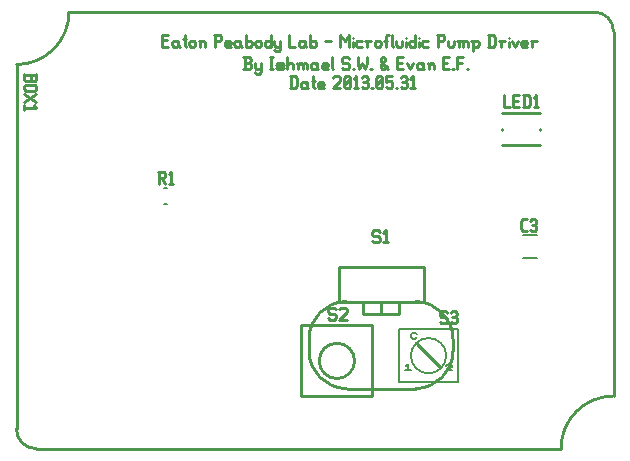
<source format=gbr>
G04 start of page 8 for group -4079 idx -4079 *
G04 Title: (unknown), topsilk *
G04 Creator: pcb 20110918 *
G04 CreationDate: Fri May 31 21:55:40 2013 UTC *
G04 For: fosse *
G04 Format: Gerber/RS-274X *
G04 PCB-Dimensions: 210000 160000 *
G04 PCB-Coordinate-Origin: lower left *
%MOIN*%
%FSLAX25Y25*%
%LNTOPSILK*%
%ADD64C,0.0110*%
%ADD63C,0.0060*%
%ADD62C,0.0080*%
%ADD61C,0.0100*%
G54D61*X51000Y148200D02*X52500D01*
X51000Y146000D02*X53000D01*
X51000Y150000D02*Y146000D01*
Y150000D02*X53000D01*
X55700Y148000D02*X56200Y147500D01*
X54700Y148000D02*X55700D01*
X54200Y147500D02*X54700Y148000D01*
X54200Y147500D02*Y146500D01*
X54700Y146000D01*
X56200Y148000D02*Y146500D01*
X56700Y146000D01*
X54700D02*X55700D01*
X56200Y146500D01*
X58400Y150000D02*Y146500D01*
X58900Y146000D01*
X57900Y148500D02*X58900D01*
X59900Y147500D02*Y146500D01*
Y147500D02*X60400Y148000D01*
X61400D01*
X61900Y147500D01*
Y146500D01*
X61400Y146000D02*X61900Y146500D01*
X60400Y146000D02*X61400D01*
X59900Y146500D02*X60400Y146000D01*
X63600Y147500D02*Y146000D01*
Y147500D02*X64100Y148000D01*
X64600D01*
X65100Y147500D01*
Y146000D01*
X63100Y148000D02*X63600Y147500D01*
X68600Y150000D02*Y146000D01*
X68100Y150000D02*X70100D01*
X70600Y149500D01*
Y148500D01*
X70100Y148000D02*X70600Y148500D01*
X68600Y148000D02*X70100D01*
X72300Y146000D02*X73800D01*
X71800Y146500D02*X72300Y146000D01*
X71800Y147500D02*Y146500D01*
Y147500D02*X72300Y148000D01*
X73300D01*
X73800Y147500D01*
X71800Y147000D02*X73800D01*
Y147500D02*Y147000D01*
X76500Y148000D02*X77000Y147500D01*
X75500Y148000D02*X76500D01*
X75000Y147500D02*X75500Y148000D01*
X75000Y147500D02*Y146500D01*
X75500Y146000D01*
X77000Y148000D02*Y146500D01*
X77500Y146000D01*
X75500D02*X76500D01*
X77000Y146500D01*
X78700Y150000D02*Y146000D01*
Y146500D02*X79200Y146000D01*
X80200D01*
X80700Y146500D01*
Y147500D02*Y146500D01*
X80200Y148000D02*X80700Y147500D01*
X79200Y148000D02*X80200D01*
X78700Y147500D02*X79200Y148000D01*
X81900Y147500D02*Y146500D01*
Y147500D02*X82400Y148000D01*
X83400D01*
X83900Y147500D01*
Y146500D01*
X83400Y146000D02*X83900Y146500D01*
X82400Y146000D02*X83400D01*
X81900Y146500D02*X82400Y146000D01*
X87100Y150000D02*Y146000D01*
X86600D02*X87100Y146500D01*
X85600Y146000D02*X86600D01*
X85100Y146500D02*X85600Y146000D01*
X85100Y147500D02*Y146500D01*
Y147500D02*X85600Y148000D01*
X86600D01*
X87100Y147500D01*
X88300Y148000D02*Y146500D01*
X88800Y146000D01*
X90300Y148000D02*Y145000D01*
X89800Y144500D02*X90300Y145000D01*
X88800Y144500D02*X89800D01*
X88300Y145000D02*X88800Y144500D01*
Y146000D02*X89800D01*
X90300Y146500D01*
X93300Y150000D02*Y146000D01*
X95300D01*
X98000Y148000D02*X98500Y147500D01*
X97000Y148000D02*X98000D01*
X96500Y147500D02*X97000Y148000D01*
X96500Y147500D02*Y146500D01*
X97000Y146000D01*
X98500Y148000D02*Y146500D01*
X99000Y146000D01*
X97000D02*X98000D01*
X98500Y146500D01*
X100200Y150000D02*Y146000D01*
Y146500D02*X100700Y146000D01*
X101700D01*
X102200Y146500D01*
Y147500D02*Y146500D01*
X101700Y148000D02*X102200Y147500D01*
X100700Y148000D02*X101700D01*
X100200Y147500D02*X100700Y148000D01*
X105200D02*X107200D01*
X110200Y150000D02*Y146000D01*
Y150000D02*X111700Y148000D01*
X113200Y150000D01*
Y146000D01*
X114400Y149000D02*Y148900D01*
Y147500D02*Y146000D01*
X115900Y148000D02*X117400D01*
X115400Y147500D02*X115900Y148000D01*
X115400Y147500D02*Y146500D01*
X115900Y146000D01*
X117400D01*
X119100Y147500D02*Y146000D01*
Y147500D02*X119600Y148000D01*
X120600D01*
X118600D02*X119100Y147500D01*
X121800D02*Y146500D01*
Y147500D02*X122300Y148000D01*
X123300D01*
X123800Y147500D01*
Y146500D01*
X123300Y146000D02*X123800Y146500D01*
X122300Y146000D02*X123300D01*
X121800Y146500D02*X122300Y146000D01*
X125500Y149500D02*Y146000D01*
Y149500D02*X126000Y150000D01*
X126500D01*
X125000Y148000D02*X126000D01*
X127500Y150000D02*Y146500D01*
X128000Y146000D01*
X129000Y148000D02*Y146500D01*
X129500Y146000D01*
X130500D01*
X131000Y146500D01*
Y148000D02*Y146500D01*
X132200Y149000D02*Y148900D01*
Y147500D02*Y146000D01*
X135200Y150000D02*Y146000D01*
X134700D02*X135200Y146500D01*
X133700Y146000D02*X134700D01*
X133200Y146500D02*X133700Y146000D01*
X133200Y147500D02*Y146500D01*
Y147500D02*X133700Y148000D01*
X134700D01*
X135200Y147500D01*
X136400Y149000D02*Y148900D01*
Y147500D02*Y146000D01*
X137900Y148000D02*X139400D01*
X137400Y147500D02*X137900Y148000D01*
X137400Y147500D02*Y146500D01*
X137900Y146000D01*
X139400D01*
X142900Y150000D02*Y146000D01*
X142400Y150000D02*X144400D01*
X144900Y149500D01*
Y148500D01*
X144400Y148000D02*X144900Y148500D01*
X142900Y148000D02*X144400D01*
X146100D02*Y146500D01*
X146600Y146000D01*
X147600D01*
X148100Y146500D01*
Y148000D02*Y146500D01*
X149800Y147500D02*Y146000D01*
Y147500D02*X150300Y148000D01*
X150800D01*
X151300Y147500D01*
Y146000D01*
Y147500D02*X151800Y148000D01*
X152300D01*
X152800Y147500D01*
Y146000D01*
X149300Y148000D02*X149800Y147500D01*
X154500D02*Y144500D01*
X154000Y148000D02*X154500Y147500D01*
X155000Y148000D01*
X156000D01*
X156500Y147500D01*
Y146500D01*
X156000Y146000D02*X156500Y146500D01*
X155000Y146000D02*X156000D01*
X154500Y146500D02*X155000Y146000D01*
X160000Y150000D02*Y146000D01*
X161300Y150000D02*X162000Y149300D01*
Y146700D01*
X161300Y146000D02*X162000Y146700D01*
X159500Y146000D02*X161300D01*
X159500Y150000D02*X161300D01*
X163700Y147500D02*Y146000D01*
Y147500D02*X164200Y148000D01*
X165200D01*
X163200D02*X163700Y147500D01*
X166400Y149000D02*Y148900D01*
Y147500D02*Y146000D01*
X167400Y148000D02*X168400Y146000D01*
X169400Y148000D02*X168400Y146000D01*
X171100D02*X172600D01*
X170600Y146500D02*X171100Y146000D01*
X170600Y147500D02*Y146500D01*
Y147500D02*X171100Y148000D01*
X172100D01*
X172600Y147500D01*
X170600Y147000D02*X172600D01*
Y147500D02*Y147000D01*
X174300Y147500D02*Y146000D01*
Y147500D02*X174800Y148000D01*
X175800D01*
X173800D02*X174300Y147500D01*
X93920Y136141D02*Y132141D01*
X95220Y136141D02*X95920Y135441D01*
Y132841D01*
X95220Y132141D02*X95920Y132841D01*
X93420Y132141D02*X95220D01*
X93420Y136141D02*X95220D01*
X98620Y134141D02*X99120Y133641D01*
X97620Y134141D02*X98620D01*
X97120Y133641D02*X97620Y134141D01*
X97120Y133641D02*Y132641D01*
X97620Y132141D01*
X99120Y134141D02*Y132641D01*
X99620Y132141D01*
X97620D02*X98620D01*
X99120Y132641D01*
X101320Y136141D02*Y132641D01*
X101820Y132141D01*
X100820Y134641D02*X101820D01*
X103320Y132141D02*X104820D01*
X102820Y132641D02*X103320Y132141D01*
X102820Y133641D02*Y132641D01*
Y133641D02*X103320Y134141D01*
X104320D01*
X104820Y133641D01*
X102820Y133141D02*X104820D01*
Y133641D02*Y133141D01*
X107820Y135641D02*X108320Y136141D01*
X109820D01*
X110320Y135641D01*
Y134641D01*
X107820Y132141D02*X110320Y134641D01*
X107820Y132141D02*X110320D01*
X111520Y132641D02*X112020Y132141D01*
X111520Y135641D02*Y132641D01*
Y135641D02*X112020Y136141D01*
X113020D01*
X113520Y135641D01*
Y132641D01*
X113020Y132141D02*X113520Y132641D01*
X112020Y132141D02*X113020D01*
X111520Y133141D02*X113520Y135141D01*
X114720Y135341D02*X115520Y136141D01*
Y132141D01*
X114720D02*X116220D01*
X117420Y135641D02*X117920Y136141D01*
X118920D01*
X119420Y135641D01*
X118920Y132141D02*X119420Y132641D01*
X117920Y132141D02*X118920D01*
X117420Y132641D02*X117920Y132141D01*
Y134341D02*X118920D01*
X119420Y135641D02*Y134841D01*
Y133841D02*Y132641D01*
Y133841D02*X118920Y134341D01*
X119420Y134841D02*X118920Y134341D01*
X120620Y132141D02*X121120D01*
X122320Y132641D02*X122820Y132141D01*
X122320Y135641D02*Y132641D01*
Y135641D02*X122820Y136141D01*
X123820D01*
X124320Y135641D01*
Y132641D01*
X123820Y132141D02*X124320Y132641D01*
X122820Y132141D02*X123820D01*
X122320Y133141D02*X124320Y135141D01*
X125520Y136141D02*X127520D01*
X125520D02*Y134141D01*
X126020Y134641D01*
X127020D01*
X127520Y134141D01*
Y132641D01*
X127020Y132141D02*X127520Y132641D01*
X126020Y132141D02*X127020D01*
X125520Y132641D02*X126020Y132141D01*
X128720D02*X129220D01*
X130420Y135641D02*X130920Y136141D01*
X131920D01*
X132420Y135641D01*
X131920Y132141D02*X132420Y132641D01*
X130920Y132141D02*X131920D01*
X130420Y132641D02*X130920Y132141D01*
Y134341D02*X131920D01*
X132420Y135641D02*Y134841D01*
Y133841D02*Y132641D01*
Y133841D02*X131920Y134341D01*
X132420Y134841D02*X131920Y134341D01*
X133620Y135341D02*X134420Y136141D01*
Y132141D01*
X133620D02*X135120D01*
X78000Y138500D02*X80000D01*
X80500Y139000D01*
Y140200D02*Y139000D01*
X80000Y140700D02*X80500Y140200D01*
X78500Y140700D02*X80000D01*
X78500Y142500D02*Y138500D01*
X78000Y142500D02*X80000D01*
X80500Y142000D01*
Y141200D01*
X80000Y140700D02*X80500Y141200D01*
X81700Y140500D02*Y139000D01*
X82200Y138500D01*
X83700Y140500D02*Y137500D01*
X83200Y137000D02*X83700Y137500D01*
X82200Y137000D02*X83200D01*
X81700Y137500D02*X82200Y137000D01*
Y138500D02*X83200D01*
X83700Y139000D01*
X86700Y142500D02*X87700D01*
X87200D02*Y138500D01*
X86700D02*X87700D01*
X89400D02*X90900D01*
X91400Y139000D01*
X90900Y139500D02*X91400Y139000D01*
X89400Y139500D02*X90900D01*
X88900Y140000D02*X89400Y139500D01*
X88900Y140000D02*X89400Y140500D01*
X90900D01*
X91400Y140000D01*
X88900Y139000D02*X89400Y138500D01*
X92600Y142500D02*Y138500D01*
Y140000D02*X93100Y140500D01*
X94100D01*
X94600Y140000D01*
Y138500D01*
X96300Y140000D02*Y138500D01*
Y140000D02*X96800Y140500D01*
X97300D01*
X97800Y140000D01*
Y138500D01*
Y140000D02*X98300Y140500D01*
X98800D01*
X99300Y140000D01*
Y138500D01*
X95800Y140500D02*X96300Y140000D01*
X102000Y140500D02*X102500Y140000D01*
X101000Y140500D02*X102000D01*
X100500Y140000D02*X101000Y140500D01*
X100500Y140000D02*Y139000D01*
X101000Y138500D01*
X102500Y140500D02*Y139000D01*
X103000Y138500D01*
X101000D02*X102000D01*
X102500Y139000D01*
X104700Y138500D02*X106200D01*
X104200Y139000D02*X104700Y138500D01*
X104200Y140000D02*Y139000D01*
Y140000D02*X104700Y140500D01*
X105700D01*
X106200Y140000D01*
X104200Y139500D02*X106200D01*
Y140000D02*Y139500D01*
X107400Y142500D02*Y139000D01*
X107900Y138500D01*
X112700Y142500D02*X113200Y142000D01*
X111200Y142500D02*X112700D01*
X110700Y142000D02*X111200Y142500D01*
X110700Y142000D02*Y141000D01*
X111200Y140500D01*
X112700D01*
X113200Y140000D01*
Y139000D01*
X112700Y138500D02*X113200Y139000D01*
X111200Y138500D02*X112700D01*
X110700Y139000D02*X111200Y138500D01*
X114400D02*X114900D01*
X116100Y142500D02*Y140500D01*
X116600Y138500D01*
X117600Y140500D01*
X118600Y138500D01*
X119100Y140500D01*
Y142500D02*Y140500D01*
X120300Y138500D02*X120800D01*
X123800Y139000D02*X124300Y138500D01*
X123800Y142000D02*Y141000D01*
Y142000D02*X124300Y142500D01*
X123800Y140000D02*X125300Y141500D01*
X124300Y138500D02*X124800D01*
X125800Y139500D01*
X123800Y141000D02*X126300Y138500D01*
X124300Y142500D02*X124800D01*
X125300Y142000D01*
Y141500D01*
X123800Y140000D02*Y139000D01*
X129300Y140700D02*X130800D01*
X129300Y138500D02*X131300D01*
X129300Y142500D02*Y138500D01*
Y142500D02*X131300D01*
X132500Y140500D02*X133500Y138500D01*
X134500Y140500D02*X133500Y138500D01*
X137200Y140500D02*X137700Y140000D01*
X136200Y140500D02*X137200D01*
X135700Y140000D02*X136200Y140500D01*
X135700Y140000D02*Y139000D01*
X136200Y138500D01*
X137700Y140500D02*Y139000D01*
X138200Y138500D01*
X136200D02*X137200D01*
X137700Y139000D01*
X139900Y140000D02*Y138500D01*
Y140000D02*X140400Y140500D01*
X140900D01*
X141400Y140000D01*
Y138500D01*
X139400Y140500D02*X139900Y140000D01*
X144400Y140700D02*X145900D01*
X144400Y138500D02*X146400D01*
X144400Y142500D02*Y138500D01*
Y142500D02*X146400D01*
X147600Y138500D02*X148100D01*
X149300Y142500D02*Y138500D01*
Y142500D02*X151300D01*
X149300Y140700D02*X150800D01*
X152500Y138500D02*X153000D01*
G54D62*X171138Y83099D02*X175862D01*
X171138Y75619D02*X175862D01*
G54D61*X176689Y113124D02*X164091D01*
Y123754D02*X176689D01*
Y118636D02*Y118242D01*
X164091Y118636D02*Y118242D01*
G54D62*X51607Y98955D02*X52393D01*
X51607Y93445D02*X52393D01*
G54D61*X2341Y18449D02*Y140049D01*
X19841Y157549D02*X194941D01*
X201341Y29549D02*Y151049D01*
X8741Y12049D02*X183841D01*
X99841Y44349D02*Y48749D01*
X147841Y44449D02*Y48649D01*
X112341Y61049D02*X135341D01*
X112341Y32049D02*X135341D01*
X2341Y18449D02*G75*G03X8741Y12049I6400J0D01*G01*
X2341Y140049D02*G75*G03X19841Y157549I0J17500D01*G01*
X201341Y151149D02*G75*G03X194941Y157549I-6400J0D01*G01*
X201341Y29549D02*G75*G03X183841Y12049I0J-17500D01*G01*
X99841Y44549D02*G75*G03X112341Y32049I12500J0D01*G01*
X135341D02*G75*G03X147841Y44549I0J12500D01*G01*
Y48549D02*G75*G03X135341Y61049I-12500J0D01*G01*
X112341D02*G75*G03X99841Y48549I0J-12500D01*G01*
X138008Y72698D02*X109708D01*
Y60898D01*
X138008D01*
Y72698D01*
X117958Y60898D02*Y56998D01*
X129758D01*
Y60898D01*
X123858D02*Y56998D01*
X97322Y53074D02*X120944D01*
Y29452D01*
X97322D02*X120944D01*
X97322Y53074D02*Y29452D01*
X115039Y41263D02*G75*G03X109133Y47169I-5906J0D01*G01*
Y35357D02*G75*G03X115039Y41263I0J5906D01*G01*
X103227D02*G75*G03X109133Y35357I5906J0D01*G01*
Y47169D02*G75*G03X103227Y41263I0J-5906D01*G01*
G54D63*X129840Y51860D02*X149525D01*
Y34144D01*
X129840D01*
Y51860D01*
G54D64*X143620Y39065D02*X135746Y46939D01*
G54D63*X146966Y40247D02*Y40246D01*
X147556Y39656D02*Y39262D01*
X146966Y40246D02*X147556Y39656D01*
X132793Y38081D02*Y40247D01*
X133777Y38081D02*X131809D01*
X132793Y40247D02*X132202Y39656D01*
X147556Y38080D02*X145588D01*
X147556Y39262D02*X145588Y38080D01*
Y39656D02*Y39657D01*
X146178Y40247D01*
X146965D01*
X134367Y48514D02*X135155D01*
Y50679D02*X134367D01*
X133777Y50089D01*
Y49104D01*
X134367Y48514D01*
X135745Y50089D02*X135155Y50679D01*
Y48514D02*X135745Y49104D01*
X145588Y43002D02*G75*G03X139682Y48908I-5906J0D01*G01*
G75*G03X133777Y43003I0J-5905D01*G01*
G75*G03X139683Y37097I5906J0D01*G01*
G75*G03X145588Y43002I0J5905D01*G01*
G54D61*X171050Y84509D02*X172350D01*
X170350Y85209D02*X171050Y84509D01*
X170350Y87809D02*Y85209D01*
Y87809D02*X171050Y88509D01*
X172350D01*
X173550Y88009D02*X174050Y88509D01*
X175050D01*
X175550Y88009D01*
X175050Y84509D02*X175550Y85009D01*
X174050Y84509D02*X175050D01*
X173550Y85009D02*X174050Y84509D01*
Y86709D02*X175050D01*
X175550Y88009D02*Y87209D01*
Y86209D02*Y85009D01*
Y86209D02*X175050Y86709D01*
X175550Y87209D02*X175050Y86709D01*
X164681Y129841D02*Y125841D01*
X166681D01*
X167881Y128041D02*X169381D01*
X167881Y125841D02*X169881D01*
X167881Y129841D02*Y125841D01*
Y129841D02*X169881D01*
X171581D02*Y125841D01*
X172881Y129841D02*X173581Y129141D01*
Y126541D01*
X172881Y125841D02*X173581Y126541D01*
X171081Y125841D02*X172881D01*
X171081Y129841D02*X172881D01*
X174781Y129041D02*X175581Y129841D01*
Y125841D01*
X174781D02*X176281D01*
X122858Y84798D02*X123358Y84298D01*
X121358Y84798D02*X122858D01*
X120858Y84298D02*X121358Y84798D01*
X120858Y84298D02*Y83298D01*
X121358Y82798D01*
X122858D01*
X123358Y82298D01*
Y81298D01*
X122858Y80798D02*X123358Y81298D01*
X121358Y80798D02*X122858D01*
X120858Y81298D02*X121358Y80798D01*
X124558Y83998D02*X125358Y84798D01*
Y80798D01*
X124558D02*X126058D01*
X4841Y137049D02*Y135049D01*
X5341Y134549D01*
X6541D01*
X7041Y135049D02*X6541Y134549D01*
X7041Y136549D02*Y135049D01*
X4841Y136549D02*X8841D01*
Y137049D02*Y135049D01*
X8341Y134549D01*
X7541D02*X8341D01*
X7041Y135049D02*X7541Y134549D01*
X5341Y133349D02*X8341D01*
X8841Y132849D01*
Y131849D01*
X8341Y131349D01*
X5341D02*X8341D01*
X4841Y131849D02*X5341Y131349D01*
X4841Y132849D02*Y131849D01*
X5341Y133349D02*X4841Y132849D01*
Y130149D02*X8841Y127649D01*
Y130149D02*X4841Y127649D01*
X8041Y126449D02*X8841Y125649D01*
X4841D02*X8841D01*
X4841Y126449D02*Y124949D01*
X49393Y104350D02*X51393D01*
X51893Y103850D01*
Y102850D01*
X51393Y102350D02*X51893Y102850D01*
X49893Y102350D02*X51393D01*
X49893Y104350D02*Y100350D01*
X50693Y102350D02*X51893Y100350D01*
X53093Y103550D02*X53893Y104350D01*
Y100350D01*
X53093D02*X54593D01*
X108180Y58964D02*X108680Y58464D01*
X106680Y58964D02*X108180D01*
X106180Y58464D02*X106680Y58964D01*
X106180Y58464D02*Y57464D01*
X106680Y56964D01*
X108180D01*
X108680Y56464D01*
Y55464D01*
X108180Y54964D02*X108680Y55464D01*
X106680Y54964D02*X108180D01*
X106180Y55464D02*X106680Y54964D01*
X109880Y58464D02*X110380Y58964D01*
X111880D01*
X112380Y58464D01*
Y57464D01*
X109880Y54964D02*X112380Y57464D01*
X109880Y54964D02*X112380D01*
X145423Y57750D02*X145923Y57250D01*
X143923Y57750D02*X145423D01*
X143423Y57250D02*X143923Y57750D01*
X143423Y57250D02*Y56250D01*
X143923Y55750D01*
X145423D01*
X145923Y55250D01*
Y54250D01*
X145423Y53750D02*X145923Y54250D01*
X143923Y53750D02*X145423D01*
X143423Y54250D02*X143923Y53750D01*
X147123Y57250D02*X147623Y57750D01*
X148623D01*
X149123Y57250D01*
X148623Y53750D02*X149123Y54250D01*
X147623Y53750D02*X148623D01*
X147123Y54250D02*X147623Y53750D01*
Y55950D02*X148623D01*
X149123Y57250D02*Y56450D01*
Y55450D02*Y54250D01*
Y55450D02*X148623Y55950D01*
X149123Y56450D02*X148623Y55950D01*
M02*

</source>
